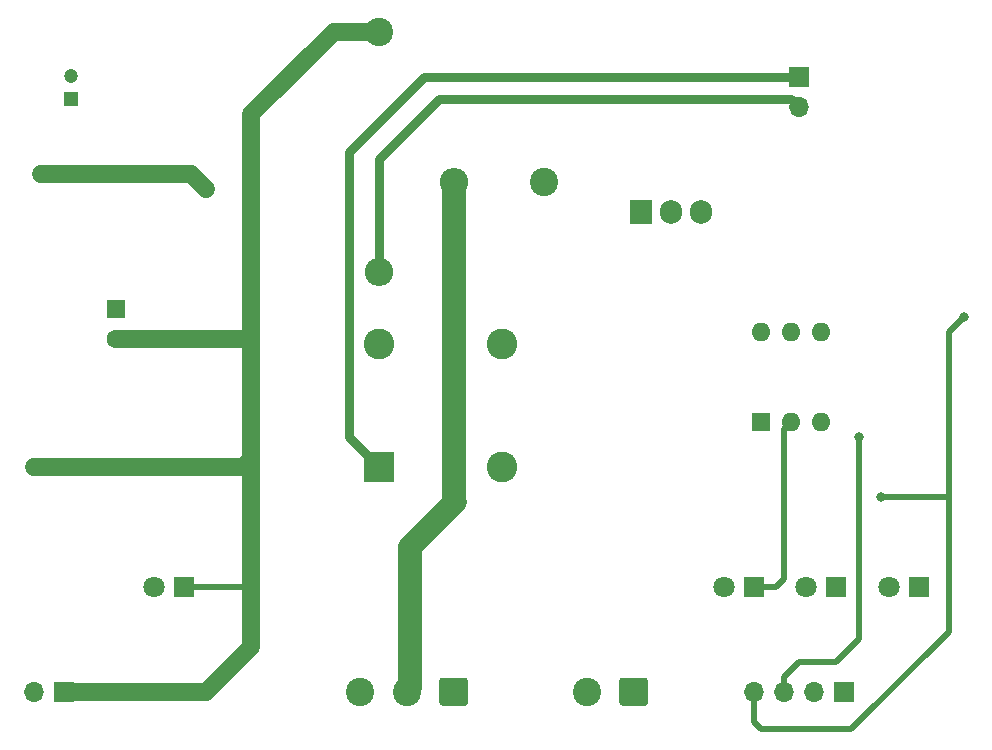
<source format=gbr>
%TF.GenerationSoftware,KiCad,Pcbnew,(5.1.6)-1*%
%TF.CreationDate,2020-07-27T14:36:12-04:00*%
%TF.ProjectId,CARIceCreamControl,43415249-6365-4437-9265-616d436f6e74,rev?*%
%TF.SameCoordinates,Original*%
%TF.FileFunction,Copper,L2,Bot*%
%TF.FilePolarity,Positive*%
%FSLAX46Y46*%
G04 Gerber Fmt 4.6, Leading zero omitted, Abs format (unit mm)*
G04 Created by KiCad (PCBNEW (5.1.6)-1) date 2020-07-27 14:36:12*
%MOMM*%
%LPD*%
G01*
G04 APERTURE LIST*
%TA.AperFunction,ComponentPad*%
%ADD10O,2.400000X2.400000*%
%TD*%
%TA.AperFunction,ComponentPad*%
%ADD11C,2.400000*%
%TD*%
%TA.AperFunction,ComponentPad*%
%ADD12C,2.600000*%
%TD*%
%TA.AperFunction,ComponentPad*%
%ADD13R,2.600000X2.600000*%
%TD*%
%TA.AperFunction,ComponentPad*%
%ADD14R,1.200000X1.200000*%
%TD*%
%TA.AperFunction,ComponentPad*%
%ADD15C,1.200000*%
%TD*%
%TA.AperFunction,ComponentPad*%
%ADD16R,1.600000X1.600000*%
%TD*%
%TA.AperFunction,ComponentPad*%
%ADD17C,1.600000*%
%TD*%
%TA.AperFunction,ComponentPad*%
%ADD18R,1.905000X2.000000*%
%TD*%
%TA.AperFunction,ComponentPad*%
%ADD19O,1.905000X2.000000*%
%TD*%
%TA.AperFunction,ComponentPad*%
%ADD20R,1.800000X1.800000*%
%TD*%
%TA.AperFunction,ComponentPad*%
%ADD21C,1.800000*%
%TD*%
%TA.AperFunction,ComponentPad*%
%ADD22R,1.700000X1.700000*%
%TD*%
%TA.AperFunction,ComponentPad*%
%ADD23O,1.700000X1.700000*%
%TD*%
%TA.AperFunction,ComponentPad*%
%ADD24O,1.600000X1.600000*%
%TD*%
%TA.AperFunction,ViaPad*%
%ADD25C,0.800000*%
%TD*%
%TA.AperFunction,Conductor*%
%ADD26C,0.500000*%
%TD*%
%TA.AperFunction,Conductor*%
%ADD27C,1.500000*%
%TD*%
%TA.AperFunction,Conductor*%
%ADD28C,0.750000*%
%TD*%
%TA.AperFunction,Conductor*%
%ADD29C,2.000000*%
%TD*%
G04 APERTURE END LIST*
D10*
%TO.P,F1,2*%
%TO.N,Net-(F1-Pad2)*%
X148590000Y-78740000D03*
D11*
%TO.P,F1,1*%
%TO.N,Net-(D1-Pad4)*%
X156210000Y-78740000D03*
%TD*%
D12*
%TO.P,D1,2*%
%TO.N,Net-(D1-Pad2)*%
X152640000Y-102870000D03*
D13*
%TO.P,D1,1*%
%TO.N,Net-(C4-Pad1)*%
X142240000Y-102870000D03*
D12*
%TO.P,D1,4*%
%TO.N,Net-(D1-Pad4)*%
X142240000Y-92470000D03*
%TO.P,D1,3*%
%TO.N,Net-(C4-Pad2)*%
X152640000Y-92470000D03*
%TD*%
D11*
%TO.P,J3,2*%
%TO.N,Net-(D1-Pad2)*%
X159870000Y-121920000D03*
%TO.P,J3,1*%
%TO.N,Net-(C1-Pad2)*%
%TA.AperFunction,ComponentPad*%
G36*
G01*
X165030000Y-120970000D02*
X165030000Y-122870000D01*
G75*
G02*
X164780000Y-123120000I-250000J0D01*
G01*
X162880000Y-123120000D01*
G75*
G02*
X162630000Y-122870000I0J250000D01*
G01*
X162630000Y-120970000D01*
G75*
G02*
X162880000Y-120720000I250000J0D01*
G01*
X164780000Y-120720000D01*
G75*
G02*
X165030000Y-120970000I0J-250000D01*
G01*
G37*
%TD.AperFunction*%
%TD*%
%TO.P,J2,3*%
%TO.N,Net-(J2-Pad3)*%
X140670000Y-121920000D03*
%TO.P,J2,2*%
%TO.N,Net-(F1-Pad2)*%
X144630000Y-121920000D03*
%TO.P,J2,1*%
%TO.N,Net-(D1-Pad2)*%
%TA.AperFunction,ComponentPad*%
G36*
G01*
X149790000Y-120970000D02*
X149790000Y-122870000D01*
G75*
G02*
X149540000Y-123120000I-250000J0D01*
G01*
X147640000Y-123120000D01*
G75*
G02*
X147390000Y-122870000I0J250000D01*
G01*
X147390000Y-120970000D01*
G75*
G02*
X147640000Y-120720000I250000J0D01*
G01*
X149540000Y-120720000D01*
G75*
G02*
X149790000Y-120970000I0J-250000D01*
G01*
G37*
%TD.AperFunction*%
%TD*%
D14*
%TO.P,C6,1*%
%TO.N,Net-(C6-Pad1)*%
X116205000Y-71755000D03*
D15*
%TO.P,C6,2*%
%TO.N,Net-(C5-Pad2)*%
X116205000Y-69755000D03*
%TD*%
D16*
%TO.P,C7,1*%
%TO.N,Net-(C7-Pad1)*%
X120015000Y-89535000D03*
D17*
%TO.P,C7,2*%
%TO.N,GND2*%
X120015000Y-92035000D03*
%TD*%
D18*
%TO.P,Q1,1*%
%TO.N,Net-(C1-Pad2)*%
X164465000Y-81280000D03*
D19*
%TO.P,Q1,2*%
%TO.N,Net-(D1-Pad4)*%
X167005000Y-81280000D03*
%TO.P,Q1,3*%
%TO.N,Net-(Q1-Pad3)*%
X169545000Y-81280000D03*
%TD*%
D20*
%TO.P,D5,1*%
%TO.N,GND*%
X187960000Y-113030000D03*
D21*
%TO.P,D5,2*%
%TO.N,Net-(D5-Pad2)*%
X185420000Y-113030000D03*
%TD*%
%TO.P,D6,2*%
%TO.N,Net-(D6-Pad2)*%
X171450000Y-113030000D03*
D20*
%TO.P,D6,1*%
%TO.N,trigger*%
X173990000Y-113030000D03*
%TD*%
%TO.P,D7,1*%
%TO.N,GND*%
X180975000Y-113030000D03*
D21*
%TO.P,D7,2*%
%TO.N,Net-(D7-Pad2)*%
X178435000Y-113030000D03*
%TD*%
%TO.P,D9,2*%
%TO.N,Net-(D9-Pad2)*%
X123190000Y-113030000D03*
D20*
%TO.P,D9,1*%
%TO.N,GND2*%
X125730000Y-113030000D03*
%TD*%
D22*
%TO.P,J1,1*%
%TO.N,GND*%
X181610000Y-121920000D03*
D23*
%TO.P,J1,2*%
%TO.N,trigger*%
X179070000Y-121920000D03*
%TO.P,J1,3*%
%TO.N,zcross*%
X176530000Y-121920000D03*
%TO.P,J1,4*%
%TO.N,+5V*%
X173990000Y-121920000D03*
%TD*%
D22*
%TO.P,TP1,1*%
%TO.N,Net-(C4-Pad1)*%
X177800000Y-69850000D03*
D23*
%TO.P,TP1,2*%
%TO.N,Net-(C4-Pad2)*%
X177800000Y-72390000D03*
%TD*%
%TO.P,TP2,2*%
%TO.N,Net-(C7-Pad1)*%
X113030000Y-121920000D03*
D22*
%TO.P,TP2,1*%
%TO.N,GND2*%
X115570000Y-121920000D03*
%TD*%
D16*
%TO.P,U1,1*%
%TO.N,Net-(R1-Pad2)*%
X174625000Y-99060000D03*
D24*
%TO.P,U1,4*%
%TO.N,Net-(Q1-Pad3)*%
X179705000Y-91440000D03*
%TO.P,U1,2*%
%TO.N,trigger*%
X177165000Y-99060000D03*
%TO.P,U1,5*%
%TO.N,Net-(U1-Pad5)*%
X177165000Y-91440000D03*
%TO.P,U1,3*%
%TO.N,Net-(U1-Pad3)*%
X179705000Y-99060000D03*
%TO.P,U1,6*%
%TO.N,Net-(R2-Pad2)*%
X174625000Y-91440000D03*
%TD*%
D11*
%TO.P,R4,1*%
%TO.N,GND2*%
X142240000Y-66040000D03*
D10*
%TO.P,R4,2*%
%TO.N,Net-(C4-Pad2)*%
X142240000Y-86360000D03*
%TD*%
D25*
%TO.N,+5V*%
X184785000Y-105410000D03*
X191770000Y-90170000D03*
%TO.N,Net-(C2-Pad1)*%
X127635000Y-79375000D03*
X113665000Y-78105000D03*
%TO.N,zcross*%
X182880000Y-100330000D03*
%TO.N,GND2*%
X113030000Y-102870000D03*
%TD*%
D26*
%TO.N,+5V*%
X184785000Y-105410000D02*
X190500000Y-105410000D01*
X190500000Y-105410000D02*
X190500000Y-116840000D01*
X190500000Y-116840000D02*
X182245000Y-125095000D01*
X182245000Y-125095000D02*
X174625000Y-125095000D01*
X173990000Y-124460000D02*
X173990000Y-121920000D01*
X174625000Y-125095000D02*
X173990000Y-124460000D01*
X191770000Y-90170000D02*
X190500000Y-91440000D01*
X190500000Y-91440000D02*
X190500000Y-105410000D01*
D27*
%TO.N,Net-(C2-Pad1)*%
X127635000Y-79375000D02*
X126365000Y-78105000D01*
X126365000Y-78105000D02*
X113665000Y-78105000D01*
D28*
%TO.N,Net-(C4-Pad2)*%
X147320000Y-71755000D02*
X142240000Y-76835000D01*
X142240000Y-76835000D02*
X142240000Y-86360000D01*
X177165000Y-71755000D02*
X177800000Y-72390000D01*
X147320000Y-71755000D02*
X177165000Y-71755000D01*
%TO.N,Net-(C4-Pad1)*%
X139700000Y-100330000D02*
X142240000Y-102870000D01*
X139700000Y-76200000D02*
X139700000Y-100330000D01*
X146050000Y-69850000D02*
X139700000Y-76200000D01*
X146050000Y-69850000D02*
X177800000Y-69850000D01*
D26*
%TO.N,trigger*%
X176530000Y-99695000D02*
X177165000Y-99060000D01*
X176530000Y-99695000D02*
X176530000Y-112395000D01*
X176530000Y-112395000D02*
X175895000Y-113030000D01*
X175895000Y-113030000D02*
X173990000Y-113030000D01*
D29*
%TO.N,Net-(F1-Pad2)*%
X144930000Y-121620000D02*
X144630000Y-121920000D01*
X148590000Y-78740000D02*
X148590000Y-105745000D01*
X144930000Y-109705000D02*
X144930000Y-121620000D01*
X148740000Y-105895000D02*
X144930000Y-109705000D01*
X148590000Y-105745000D02*
X148740000Y-105895000D01*
D26*
%TO.N,zcross*%
X182880000Y-100330000D02*
X182880000Y-117475000D01*
X182880000Y-117475000D02*
X180975000Y-119380000D01*
X180975000Y-119380000D02*
X177800000Y-119380000D01*
X176530000Y-120650000D02*
X176530000Y-121920000D01*
X177800000Y-119380000D02*
X176530000Y-120650000D01*
D27*
%TO.N,GND2*%
X142240000Y-66040000D02*
X138430000Y-66040000D01*
X138430000Y-66040000D02*
X131445000Y-73025000D01*
X127635000Y-121920000D02*
X115570000Y-121920000D01*
X131445000Y-118110000D02*
X127635000Y-121920000D01*
D26*
X125730000Y-113030000D02*
X131445000Y-113030000D01*
D27*
X131445000Y-113030000D02*
X131445000Y-118110000D01*
X130810000Y-102870000D02*
X131445000Y-102235000D01*
X113030000Y-102870000D02*
X130810000Y-102870000D01*
X131445000Y-102235000D02*
X131445000Y-113030000D01*
X120015000Y-92035000D02*
X120015000Y-92075000D01*
X120015000Y-92075000D02*
X131445000Y-92075000D01*
X131445000Y-73025000D02*
X131445000Y-92075000D01*
X131445000Y-92075000D02*
X131445000Y-102235000D01*
%TD*%
M02*

</source>
